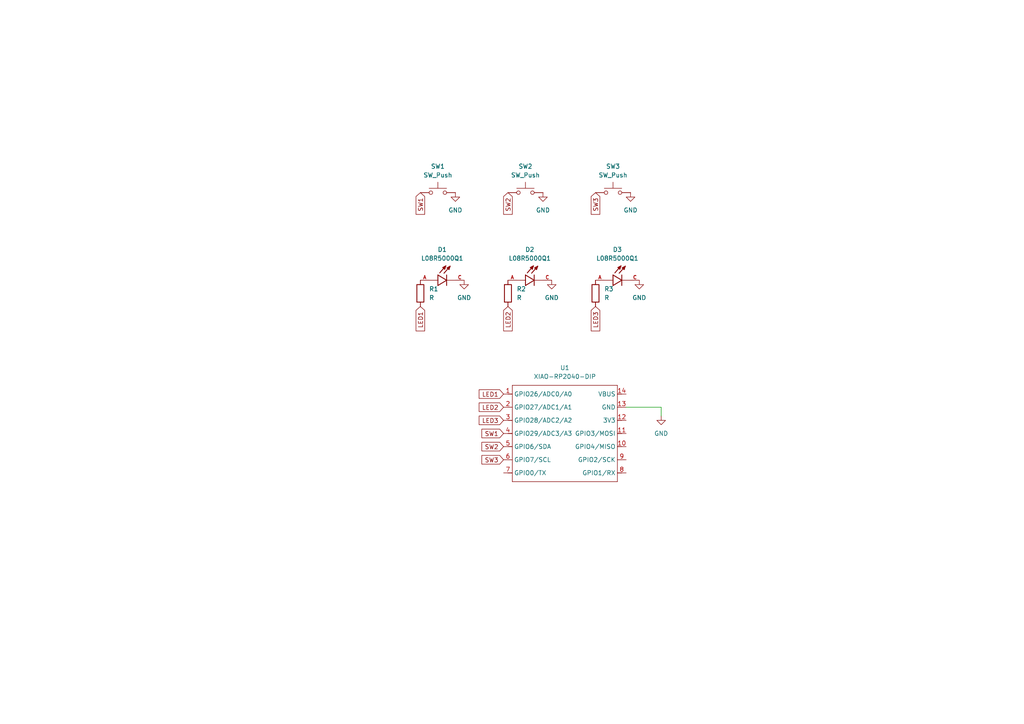
<source format=kicad_sch>
(kicad_sch
	(version 20250114)
	(generator "eeschema")
	(generator_version "9.0")
	(uuid "5b116bcf-72e3-427e-bb7f-9f24b7bd4af3")
	(paper "A4")
	(lib_symbols
		(symbol "Device:R"
			(pin_numbers
				(hide yes)
			)
			(pin_names
				(offset 0)
			)
			(exclude_from_sim no)
			(in_bom yes)
			(on_board yes)
			(property "Reference" "R"
				(at 2.032 0 90)
				(effects
					(font
						(size 1.27 1.27)
					)
				)
			)
			(property "Value" "R"
				(at 0 0 90)
				(effects
					(font
						(size 1.27 1.27)
					)
				)
			)
			(property "Footprint" ""
				(at -1.778 0 90)
				(effects
					(font
						(size 1.27 1.27)
					)
					(hide yes)
				)
			)
			(property "Datasheet" "~"
				(at 0 0 0)
				(effects
					(font
						(size 1.27 1.27)
					)
					(hide yes)
				)
			)
			(property "Description" "Resistor"
				(at 0 0 0)
				(effects
					(font
						(size 1.27 1.27)
					)
					(hide yes)
				)
			)
			(property "ki_keywords" "R res resistor"
				(at 0 0 0)
				(effects
					(font
						(size 1.27 1.27)
					)
					(hide yes)
				)
			)
			(property "ki_fp_filters" "R_*"
				(at 0 0 0)
				(effects
					(font
						(size 1.27 1.27)
					)
					(hide yes)
				)
			)
			(symbol "R_0_1"
				(rectangle
					(start -1.016 -2.54)
					(end 1.016 2.54)
					(stroke
						(width 0.254)
						(type default)
					)
					(fill
						(type none)
					)
				)
			)
			(symbol "R_1_1"
				(pin passive line
					(at 0 3.81 270)
					(length 1.27)
					(name "~"
						(effects
							(font
								(size 1.27 1.27)
							)
						)
					)
					(number "1"
						(effects
							(font
								(size 1.27 1.27)
							)
						)
					)
				)
				(pin passive line
					(at 0 -3.81 90)
					(length 1.27)
					(name "~"
						(effects
							(font
								(size 1.27 1.27)
							)
						)
					)
					(number "2"
						(effects
							(font
								(size 1.27 1.27)
							)
						)
					)
				)
			)
			(embedded_fonts no)
		)
		(symbol "L08R5000Q1:L08R5000Q1"
			(pin_names
				(offset 1.016)
			)
			(exclude_from_sim no)
			(in_bom yes)
			(on_board yes)
			(property "Reference" "D"
				(at -3.0988 4.4958 0)
				(effects
					(font
						(size 1.27 1.27)
					)
					(justify left bottom)
				)
			)
			(property "Value" "L08R5000Q1"
				(at -3.556 -3.302 0)
				(effects
					(font
						(size 1.27 1.27)
					)
					(justify left bottom)
				)
			)
			(property "Footprint" "L08R5000Q1:LEDRD254W57D500H1070"
				(at 0 0 0)
				(effects
					(font
						(size 1.27 1.27)
					)
					(justify bottom)
					(hide yes)
				)
			)
			(property "Datasheet" ""
				(at 0 0 0)
				(effects
					(font
						(size 1.27 1.27)
					)
					(hide yes)
				)
			)
			(property "Description" ""
				(at 0 0 0)
				(effects
					(font
						(size 1.27 1.27)
					)
					(hide yes)
				)
			)
			(property "MF" "LED Technology"
				(at 0 0 0)
				(effects
					(font
						(size 1.27 1.27)
					)
					(justify bottom)
					(hide yes)
				)
			)
			(property "MAXIMUM_PACKAGE_HEIGHT" "10.7mm"
				(at 0 0 0)
				(effects
					(font
						(size 1.27 1.27)
					)
					(justify bottom)
					(hide yes)
				)
			)
			(property "Package" "None"
				(at 0 0 0)
				(effects
					(font
						(size 1.27 1.27)
					)
					(justify bottom)
					(hide yes)
				)
			)
			(property "Price" "None"
				(at 0 0 0)
				(effects
					(font
						(size 1.27 1.27)
					)
					(justify bottom)
					(hide yes)
				)
			)
			(property "Check_prices" "https://www.snapeda.com/parts/L08R5000Q1/LED+Technology/view-part/?ref=eda"
				(at 0 0 0)
				(effects
					(font
						(size 1.27 1.27)
					)
					(justify bottom)
					(hide yes)
				)
			)
			(property "STANDARD" "IPC-7351B"
				(at 0 0 0)
				(effects
					(font
						(size 1.27 1.27)
					)
					(justify bottom)
					(hide yes)
				)
			)
			(property "PARTREV" "NA"
				(at 0 0 0)
				(effects
					(font
						(size 1.27 1.27)
					)
					(justify bottom)
					(hide yes)
				)
			)
			(property "SnapEDA_Link" "https://www.snapeda.com/parts/L08R5000Q1/LED+Technology/view-part/?ref=snap"
				(at 0 0 0)
				(effects
					(font
						(size 1.27 1.27)
					)
					(justify bottom)
					(hide yes)
				)
			)
			(property "MP" "L08R5000Q1"
				(at 0 0 0)
				(effects
					(font
						(size 1.27 1.27)
					)
					(justify bottom)
					(hide yes)
				)
			)
			(property "Description_1" "LED, 5MM, ORANGE; LED / Lamp Size: 5mm / T-1 3/4; LED Colour: Orange; Typ Luminous Intensity: 4.3mcd; Viewing Angle: ..."
				(at 0 0 0)
				(effects
					(font
						(size 1.27 1.27)
					)
					(justify bottom)
					(hide yes)
				)
			)
			(property "Availability" "Not in stock"
				(at 0 0 0)
				(effects
					(font
						(size 1.27 1.27)
					)
					(justify bottom)
					(hide yes)
				)
			)
			(property "MANUFACTURER" "LED TECHNOLOGY"
				(at 0 0 0)
				(effects
					(font
						(size 1.27 1.27)
					)
					(justify bottom)
					(hide yes)
				)
			)
			(symbol "L08R5000Q1_0_0"
				(polyline
					(pts
						(xy -2.54 1.524) (xy -2.54 0)
					)
					(stroke
						(width 0.254)
						(type default)
					)
					(fill
						(type none)
					)
				)
				(polyline
					(pts
						(xy -2.54 0) (xy -5.08 0)
					)
					(stroke
						(width 0.1524)
						(type default)
					)
					(fill
						(type none)
					)
				)
				(polyline
					(pts
						(xy -2.54 0) (xy -2.54 -1.524)
					)
					(stroke
						(width 0.254)
						(type default)
					)
					(fill
						(type none)
					)
				)
				(polyline
					(pts
						(xy -2.54 -1.524) (xy 0 0)
					)
					(stroke
						(width 0.254)
						(type default)
					)
					(fill
						(type none)
					)
				)
				(polyline
					(pts
						(xy -1.1176 3.683) (xy -0.2286 4.1656)
					)
					(stroke
						(width 0.254)
						(type default)
					)
					(fill
						(type none)
					)
				)
				(polyline
					(pts
						(xy -0.9398 3.6068) (xy -0.7112 3.7592)
					)
					(stroke
						(width 0.254)
						(type default)
					)
					(fill
						(type none)
					)
				)
				(polyline
					(pts
						(xy -0.5588 3.2004) (xy -1.1176 3.683)
					)
					(stroke
						(width 0.254)
						(type default)
					)
					(fill
						(type none)
					)
				)
				(polyline
					(pts
						(xy -0.5588 3.2004) (xy -0.5334 3.937)
					)
					(stroke
						(width 0.254)
						(type default)
					)
					(fill
						(type none)
					)
				)
				(polyline
					(pts
						(xy -0.5334 3.937) (xy -0.6604 3.937)
					)
					(stroke
						(width 0.254)
						(type default)
					)
					(fill
						(type none)
					)
				)
				(polyline
					(pts
						(xy -0.2286 4.1656) (xy -2.0066 2.1336)
					)
					(stroke
						(width 0.254)
						(type default)
					)
					(fill
						(type none)
					)
				)
				(polyline
					(pts
						(xy -0.2286 4.1656) (xy -0.5588 3.2004)
					)
					(stroke
						(width 0.254)
						(type default)
					)
					(fill
						(type none)
					)
				)
				(polyline
					(pts
						(xy 0 1.524) (xy 0 0)
					)
					(stroke
						(width 0.254)
						(type default)
					)
					(fill
						(type none)
					)
				)
				(polyline
					(pts
						(xy 0 0) (xy -2.54 1.524)
					)
					(stroke
						(width 0.254)
						(type default)
					)
					(fill
						(type none)
					)
				)
				(polyline
					(pts
						(xy 0 0) (xy 0 -1.524)
					)
					(stroke
						(width 0.254)
						(type default)
					)
					(fill
						(type none)
					)
				)
				(polyline
					(pts
						(xy 0.127 3.5814) (xy 1.016 4.064)
					)
					(stroke
						(width 0.254)
						(type default)
					)
					(fill
						(type none)
					)
				)
				(polyline
					(pts
						(xy 0.3048 3.5052) (xy 0.5334 3.6576)
					)
					(stroke
						(width 0.254)
						(type default)
					)
					(fill
						(type none)
					)
				)
				(polyline
					(pts
						(xy 0.6858 3.0988) (xy 0.127 3.5814)
					)
					(stroke
						(width 0.254)
						(type default)
					)
					(fill
						(type none)
					)
				)
				(polyline
					(pts
						(xy 0.6858 3.0988) (xy 0.7112 3.8354)
					)
					(stroke
						(width 0.254)
						(type default)
					)
					(fill
						(type none)
					)
				)
				(polyline
					(pts
						(xy 0.7112 3.8354) (xy 0.5842 3.8354)
					)
					(stroke
						(width 0.254)
						(type default)
					)
					(fill
						(type none)
					)
				)
				(polyline
					(pts
						(xy 1.016 4.064) (xy -0.762 2.032)
					)
					(stroke
						(width 0.254)
						(type default)
					)
					(fill
						(type none)
					)
				)
				(polyline
					(pts
						(xy 1.016 4.064) (xy 0.6858 3.0988)
					)
					(stroke
						(width 0.254)
						(type default)
					)
					(fill
						(type none)
					)
				)
				(polyline
					(pts
						(xy 2.54 0) (xy 0 0)
					)
					(stroke
						(width 0.1524)
						(type default)
					)
					(fill
						(type none)
					)
				)
				(pin passive line
					(at -7.62 0 0)
					(length 2.54)
					(name "~"
						(effects
							(font
								(size 1.016 1.016)
							)
						)
					)
					(number "A"
						(effects
							(font
								(size 1.016 1.016)
							)
						)
					)
				)
				(pin passive line
					(at 5.08 0 180)
					(length 2.54)
					(name "~"
						(effects
							(font
								(size 1.016 1.016)
							)
						)
					)
					(number "C"
						(effects
							(font
								(size 1.016 1.016)
							)
						)
					)
				)
			)
			(embedded_fonts no)
		)
		(symbol "Seeed_Studio_XIAO_Series:XIAO-RP2040-DIP"
			(exclude_from_sim no)
			(in_bom yes)
			(on_board yes)
			(property "Reference" "U"
				(at 0 0 0)
				(effects
					(font
						(size 1.27 1.27)
					)
				)
			)
			(property "Value" "XIAO-RP2040-DIP"
				(at 5.334 -1.778 0)
				(effects
					(font
						(size 1.27 1.27)
					)
				)
			)
			(property "Footprint" "Module:MOUDLE14P-XIAO-DIP-SMD"
				(at 14.478 -32.258 0)
				(effects
					(font
						(size 1.27 1.27)
					)
					(hide yes)
				)
			)
			(property "Datasheet" ""
				(at 0 0 0)
				(effects
					(font
						(size 1.27 1.27)
					)
					(hide yes)
				)
			)
			(property "Description" ""
				(at 0 0 0)
				(effects
					(font
						(size 1.27 1.27)
					)
					(hide yes)
				)
			)
			(symbol "XIAO-RP2040-DIP_1_0"
				(polyline
					(pts
						(xy -1.27 -2.54) (xy 29.21 -2.54)
					)
					(stroke
						(width 0.1524)
						(type solid)
					)
					(fill
						(type none)
					)
				)
				(polyline
					(pts
						(xy -1.27 -5.08) (xy -2.54 -5.08)
					)
					(stroke
						(width 0.1524)
						(type solid)
					)
					(fill
						(type none)
					)
				)
				(polyline
					(pts
						(xy -1.27 -5.08) (xy -1.27 -2.54)
					)
					(stroke
						(width 0.1524)
						(type solid)
					)
					(fill
						(type none)
					)
				)
				(polyline
					(pts
						(xy -1.27 -8.89) (xy -2.54 -8.89)
					)
					(stroke
						(width 0.1524)
						(type solid)
					)
					(fill
						(type none)
					)
				)
				(polyline
					(pts
						(xy -1.27 -8.89) (xy -1.27 -5.08)
					)
					(stroke
						(width 0.1524)
						(type solid)
					)
					(fill
						(type none)
					)
				)
				(polyline
					(pts
						(xy -1.27 -12.7) (xy -2.54 -12.7)
					)
					(stroke
						(width 0.1524)
						(type solid)
					)
					(fill
						(type none)
					)
				)
				(polyline
					(pts
						(xy -1.27 -12.7) (xy -1.27 -8.89)
					)
					(stroke
						(width 0.1524)
						(type solid)
					)
					(fill
						(type none)
					)
				)
				(polyline
					(pts
						(xy -1.27 -16.51) (xy -2.54 -16.51)
					)
					(stroke
						(width 0.1524)
						(type solid)
					)
					(fill
						(type none)
					)
				)
				(polyline
					(pts
						(xy -1.27 -16.51) (xy -1.27 -12.7)
					)
					(stroke
						(width 0.1524)
						(type solid)
					)
					(fill
						(type none)
					)
				)
				(polyline
					(pts
						(xy -1.27 -20.32) (xy -2.54 -20.32)
					)
					(stroke
						(width 0.1524)
						(type solid)
					)
					(fill
						(type none)
					)
				)
				(polyline
					(pts
						(xy -1.27 -24.13) (xy -2.54 -24.13)
					)
					(stroke
						(width 0.1524)
						(type solid)
					)
					(fill
						(type none)
					)
				)
				(polyline
					(pts
						(xy -1.27 -27.94) (xy -2.54 -27.94)
					)
					(stroke
						(width 0.1524)
						(type solid)
					)
					(fill
						(type none)
					)
				)
				(polyline
					(pts
						(xy -1.27 -30.48) (xy -1.27 -16.51)
					)
					(stroke
						(width 0.1524)
						(type solid)
					)
					(fill
						(type none)
					)
				)
				(polyline
					(pts
						(xy 29.21 -2.54) (xy 29.21 -5.08)
					)
					(stroke
						(width 0.1524)
						(type solid)
					)
					(fill
						(type none)
					)
				)
				(polyline
					(pts
						(xy 29.21 -5.08) (xy 29.21 -8.89)
					)
					(stroke
						(width 0.1524)
						(type solid)
					)
					(fill
						(type none)
					)
				)
				(polyline
					(pts
						(xy 29.21 -8.89) (xy 29.21 -12.7)
					)
					(stroke
						(width 0.1524)
						(type solid)
					)
					(fill
						(type none)
					)
				)
				(polyline
					(pts
						(xy 29.21 -12.7) (xy 29.21 -30.48)
					)
					(stroke
						(width 0.1524)
						(type solid)
					)
					(fill
						(type none)
					)
				)
				(polyline
					(pts
						(xy 29.21 -30.48) (xy -1.27 -30.48)
					)
					(stroke
						(width 0.1524)
						(type solid)
					)
					(fill
						(type none)
					)
				)
				(polyline
					(pts
						(xy 30.48 -5.08) (xy 29.21 -5.08)
					)
					(stroke
						(width 0.1524)
						(type solid)
					)
					(fill
						(type none)
					)
				)
				(polyline
					(pts
						(xy 30.48 -8.89) (xy 29.21 -8.89)
					)
					(stroke
						(width 0.1524)
						(type solid)
					)
					(fill
						(type none)
					)
				)
				(polyline
					(pts
						(xy 30.48 -12.7) (xy 29.21 -12.7)
					)
					(stroke
						(width 0.1524)
						(type solid)
					)
					(fill
						(type none)
					)
				)
				(polyline
					(pts
						(xy 30.48 -16.51) (xy 29.21 -16.51)
					)
					(stroke
						(width 0.1524)
						(type solid)
					)
					(fill
						(type none)
					)
				)
				(polyline
					(pts
						(xy 30.48 -20.32) (xy 29.21 -20.32)
					)
					(stroke
						(width 0.1524)
						(type solid)
					)
					(fill
						(type none)
					)
				)
				(polyline
					(pts
						(xy 30.48 -24.13) (xy 29.21 -24.13)
					)
					(stroke
						(width 0.1524)
						(type solid)
					)
					(fill
						(type none)
					)
				)
				(polyline
					(pts
						(xy 30.48 -27.94) (xy 29.21 -27.94)
					)
					(stroke
						(width 0.1524)
						(type solid)
					)
					(fill
						(type none)
					)
				)
				(pin passive line
					(at -3.81 -5.08 0)
					(length 2.54)
					(name "GPIO26/ADC0/A0"
						(effects
							(font
								(size 1.27 1.27)
							)
						)
					)
					(number "1"
						(effects
							(font
								(size 1.27 1.27)
							)
						)
					)
				)
				(pin passive line
					(at -3.81 -8.89 0)
					(length 2.54)
					(name "GPIO27/ADC1/A1"
						(effects
							(font
								(size 1.27 1.27)
							)
						)
					)
					(number "2"
						(effects
							(font
								(size 1.27 1.27)
							)
						)
					)
				)
				(pin passive line
					(at -3.81 -12.7 0)
					(length 2.54)
					(name "GPIO28/ADC2/A2"
						(effects
							(font
								(size 1.27 1.27)
							)
						)
					)
					(number "3"
						(effects
							(font
								(size 1.27 1.27)
							)
						)
					)
				)
				(pin passive line
					(at -3.81 -16.51 0)
					(length 2.54)
					(name "GPIO29/ADC3/A3"
						(effects
							(font
								(size 1.27 1.27)
							)
						)
					)
					(number "4"
						(effects
							(font
								(size 1.27 1.27)
							)
						)
					)
				)
				(pin passive line
					(at -3.81 -20.32 0)
					(length 2.54)
					(name "GPIO6/SDA"
						(effects
							(font
								(size 1.27 1.27)
							)
						)
					)
					(number "5"
						(effects
							(font
								(size 1.27 1.27)
							)
						)
					)
				)
				(pin passive line
					(at -3.81 -24.13 0)
					(length 2.54)
					(name "GPIO7/SCL"
						(effects
							(font
								(size 1.27 1.27)
							)
						)
					)
					(number "6"
						(effects
							(font
								(size 1.27 1.27)
							)
						)
					)
				)
				(pin passive line
					(at -3.81 -27.94 0)
					(length 2.54)
					(name "GPIO0/TX"
						(effects
							(font
								(size 1.27 1.27)
							)
						)
					)
					(number "7"
						(effects
							(font
								(size 1.27 1.27)
							)
						)
					)
				)
				(pin passive line
					(at 31.75 -5.08 180)
					(length 2.54)
					(name "VBUS"
						(effects
							(font
								(size 1.27 1.27)
							)
						)
					)
					(number "14"
						(effects
							(font
								(size 1.27 1.27)
							)
						)
					)
				)
				(pin passive line
					(at 31.75 -8.89 180)
					(length 2.54)
					(name "GND"
						(effects
							(font
								(size 1.27 1.27)
							)
						)
					)
					(number "13"
						(effects
							(font
								(size 1.27 1.27)
							)
						)
					)
				)
				(pin passive line
					(at 31.75 -12.7 180)
					(length 2.54)
					(name "3V3"
						(effects
							(font
								(size 1.27 1.27)
							)
						)
					)
					(number "12"
						(effects
							(font
								(size 1.27 1.27)
							)
						)
					)
				)
				(pin passive line
					(at 31.75 -16.51 180)
					(length 2.54)
					(name "GPIO3/MOSI"
						(effects
							(font
								(size 1.27 1.27)
							)
						)
					)
					(number "11"
						(effects
							(font
								(size 1.27 1.27)
							)
						)
					)
				)
				(pin passive line
					(at 31.75 -20.32 180)
					(length 2.54)
					(name "GPIO4/MISO"
						(effects
							(font
								(size 1.27 1.27)
							)
						)
					)
					(number "10"
						(effects
							(font
								(size 1.27 1.27)
							)
						)
					)
				)
				(pin passive line
					(at 31.75 -24.13 180)
					(length 2.54)
					(name "GPIO2/SCK"
						(effects
							(font
								(size 1.27 1.27)
							)
						)
					)
					(number "9"
						(effects
							(font
								(size 1.27 1.27)
							)
						)
					)
				)
				(pin passive line
					(at 31.75 -27.94 180)
					(length 2.54)
					(name "GPIO1/RX"
						(effects
							(font
								(size 1.27 1.27)
							)
						)
					)
					(number "8"
						(effects
							(font
								(size 1.27 1.27)
							)
						)
					)
				)
			)
			(embedded_fonts no)
		)
		(symbol "Switch:SW_Push"
			(pin_numbers
				(hide yes)
			)
			(pin_names
				(offset 1.016)
				(hide yes)
			)
			(exclude_from_sim no)
			(in_bom yes)
			(on_board yes)
			(property "Reference" "SW"
				(at 1.27 2.54 0)
				(effects
					(font
						(size 1.27 1.27)
					)
					(justify left)
				)
			)
			(property "Value" "SW_Push"
				(at 0 -1.524 0)
				(effects
					(font
						(size 1.27 1.27)
					)
				)
			)
			(property "Footprint" ""
				(at 0 5.08 0)
				(effects
					(font
						(size 1.27 1.27)
					)
					(hide yes)
				)
			)
			(property "Datasheet" "~"
				(at 0 5.08 0)
				(effects
					(font
						(size 1.27 1.27)
					)
					(hide yes)
				)
			)
			(property "Description" "Push button switch, generic, two pins"
				(at 0 0 0)
				(effects
					(font
						(size 1.27 1.27)
					)
					(hide yes)
				)
			)
			(property "ki_keywords" "switch normally-open pushbutton push-button"
				(at 0 0 0)
				(effects
					(font
						(size 1.27 1.27)
					)
					(hide yes)
				)
			)
			(symbol "SW_Push_0_1"
				(circle
					(center -2.032 0)
					(radius 0.508)
					(stroke
						(width 0)
						(type default)
					)
					(fill
						(type none)
					)
				)
				(polyline
					(pts
						(xy 0 1.27) (xy 0 3.048)
					)
					(stroke
						(width 0)
						(type default)
					)
					(fill
						(type none)
					)
				)
				(circle
					(center 2.032 0)
					(radius 0.508)
					(stroke
						(width 0)
						(type default)
					)
					(fill
						(type none)
					)
				)
				(polyline
					(pts
						(xy 2.54 1.27) (xy -2.54 1.27)
					)
					(stroke
						(width 0)
						(type default)
					)
					(fill
						(type none)
					)
				)
				(pin passive line
					(at -5.08 0 0)
					(length 2.54)
					(name "1"
						(effects
							(font
								(size 1.27 1.27)
							)
						)
					)
					(number "1"
						(effects
							(font
								(size 1.27 1.27)
							)
						)
					)
				)
				(pin passive line
					(at 5.08 0 180)
					(length 2.54)
					(name "2"
						(effects
							(font
								(size 1.27 1.27)
							)
						)
					)
					(number "2"
						(effects
							(font
								(size 1.27 1.27)
							)
						)
					)
				)
			)
			(embedded_fonts no)
		)
		(symbol "power:GND"
			(power)
			(pin_numbers
				(hide yes)
			)
			(pin_names
				(offset 0)
				(hide yes)
			)
			(exclude_from_sim no)
			(in_bom yes)
			(on_board yes)
			(property "Reference" "#PWR"
				(at 0 -6.35 0)
				(effects
					(font
						(size 1.27 1.27)
					)
					(hide yes)
				)
			)
			(property "Value" "GND"
				(at 0 -3.81 0)
				(effects
					(font
						(size 1.27 1.27)
					)
				)
			)
			(property "Footprint" ""
				(at 0 0 0)
				(effects
					(font
						(size 1.27 1.27)
					)
					(hide yes)
				)
			)
			(property "Datasheet" ""
				(at 0 0 0)
				(effects
					(font
						(size 1.27 1.27)
					)
					(hide yes)
				)
			)
			(property "Description" "Power symbol creates a global label with name \"GND\" , ground"
				(at 0 0 0)
				(effects
					(font
						(size 1.27 1.27)
					)
					(hide yes)
				)
			)
			(property "ki_keywords" "global power"
				(at 0 0 0)
				(effects
					(font
						(size 1.27 1.27)
					)
					(hide yes)
				)
			)
			(symbol "GND_0_1"
				(polyline
					(pts
						(xy 0 0) (xy 0 -1.27) (xy 1.27 -1.27) (xy 0 -2.54) (xy -1.27 -1.27) (xy 0 -1.27)
					)
					(stroke
						(width 0)
						(type default)
					)
					(fill
						(type none)
					)
				)
			)
			(symbol "GND_1_1"
				(pin power_in line
					(at 0 0 270)
					(length 0)
					(name "~"
						(effects
							(font
								(size 1.27 1.27)
							)
						)
					)
					(number "1"
						(effects
							(font
								(size 1.27 1.27)
							)
						)
					)
				)
			)
			(embedded_fonts no)
		)
	)
	(wire
		(pts
			(xy 181.61 118.11) (xy 191.77 118.11)
		)
		(stroke
			(width 0)
			(type default)
		)
		(uuid "ad7047da-26f2-4243-9d3a-a1211804ea65")
	)
	(wire
		(pts
			(xy 191.77 120.65) (xy 191.77 118.11)
		)
		(stroke
			(width 0)
			(type default)
		)
		(uuid "cb2ec701-e208-4333-a787-8f549b22a9fe")
	)
	(global_label "SW2"
		(shape input)
		(at 146.05 129.54 180)
		(fields_autoplaced yes)
		(effects
			(font
				(size 1.27 1.27)
			)
			(justify right)
		)
		(uuid "0510153a-5a42-4630-ab88-2cfb62b86f00")
		(property "Intersheetrefs" "${INTERSHEET_REFS}"
			(at 139.1944 129.54 0)
			(effects
				(font
					(size 1.27 1.27)
				)
				(justify right)
				(hide yes)
			)
		)
	)
	(global_label "LED1"
		(shape input)
		(at 121.92 88.9 270)
		(fields_autoplaced yes)
		(effects
			(font
				(size 1.27 1.27)
			)
			(justify right)
		)
		(uuid "0d5816e8-d0aa-41de-9879-52462c60f918")
		(property "Intersheetrefs" "${INTERSHEET_REFS}"
			(at 121.92 96.5418 90)
			(effects
				(font
					(size 1.27 1.27)
				)
				(justify right)
				(hide yes)
			)
		)
	)
	(global_label "LED3"
		(shape input)
		(at 146.05 121.92 180)
		(fields_autoplaced yes)
		(effects
			(font
				(size 1.27 1.27)
			)
			(justify right)
		)
		(uuid "11c810b1-bccd-4da2-8edf-6dfed02cc247")
		(property "Intersheetrefs" "${INTERSHEET_REFS}"
			(at 138.4082 121.92 0)
			(effects
				(font
					(size 1.27 1.27)
				)
				(justify right)
				(hide yes)
			)
		)
	)
	(global_label "SW2"
		(shape input)
		(at 147.32 55.88 270)
		(fields_autoplaced yes)
		(effects
			(font
				(size 1.27 1.27)
			)
			(justify right)
		)
		(uuid "1c2f4113-828c-415e-9ad6-1384d2e79a54")
		(property "Intersheetrefs" "${INTERSHEET_REFS}"
			(at 147.32 62.7356 90)
			(effects
				(font
					(size 1.27 1.27)
				)
				(justify right)
				(hide yes)
			)
		)
	)
	(global_label "SW1"
		(shape input)
		(at 146.05 125.73 180)
		(fields_autoplaced yes)
		(effects
			(font
				(size 1.27 1.27)
			)
			(justify right)
		)
		(uuid "50693488-fe29-4b95-94db-b71bc2ef22bd")
		(property "Intersheetrefs" "${INTERSHEET_REFS}"
			(at 139.1944 125.73 0)
			(effects
				(font
					(size 1.27 1.27)
				)
				(justify right)
				(hide yes)
			)
		)
	)
	(global_label "SW3"
		(shape input)
		(at 172.72 55.88 270)
		(fields_autoplaced yes)
		(effects
			(font
				(size 1.27 1.27)
			)
			(justify right)
		)
		(uuid "77828d3d-a3bf-4a7a-8136-6ae615080d15")
		(property "Intersheetrefs" "${INTERSHEET_REFS}"
			(at 172.72 62.7356 90)
			(effects
				(font
					(size 1.27 1.27)
				)
				(justify right)
				(hide yes)
			)
		)
	)
	(global_label "LED2"
		(shape input)
		(at 146.05 118.11 180)
		(fields_autoplaced yes)
		(effects
			(font
				(size 1.27 1.27)
			)
			(justify right)
		)
		(uuid "a68fc574-fa20-4932-ba2b-49b0d6e49243")
		(property "Intersheetrefs" "${INTERSHEET_REFS}"
			(at 138.4082 118.11 0)
			(effects
				(font
					(size 1.27 1.27)
				)
				(justify right)
				(hide yes)
			)
		)
	)
	(global_label "SW1"
		(shape input)
		(at 121.92 55.88 270)
		(fields_autoplaced yes)
		(effects
			(font
				(size 1.27 1.27)
			)
			(justify right)
		)
		(uuid "c23bee2d-22f6-43c9-b676-9a318033df73")
		(property "Intersheetrefs" "${INTERSHEET_REFS}"
			(at 121.92 62.7356 90)
			(effects
				(font
					(size 1.27 1.27)
				)
				(justify right)
				(hide yes)
			)
		)
	)
	(global_label "SW3"
		(shape input)
		(at 146.05 133.35 180)
		(fields_autoplaced yes)
		(effects
			(font
				(size 1.27 1.27)
			)
			(justify right)
		)
		(uuid "c3f36b80-aadd-422f-b428-ee4a1e43ddd4")
		(property "Intersheetrefs" "${INTERSHEET_REFS}"
			(at 139.1944 133.35 0)
			(effects
				(font
					(size 1.27 1.27)
				)
				(justify right)
				(hide yes)
			)
		)
	)
	(global_label "LED3"
		(shape input)
		(at 172.72 88.9 270)
		(fields_autoplaced yes)
		(effects
			(font
				(size 1.27 1.27)
			)
			(justify right)
		)
		(uuid "d31bd6cf-2251-47e1-95f6-b979e4faaf8a")
		(property "Intersheetrefs" "${INTERSHEET_REFS}"
			(at 172.72 96.5418 90)
			(effects
				(font
					(size 1.27 1.27)
				)
				(justify right)
				(hide yes)
			)
		)
	)
	(global_label "LED2"
		(shape input)
		(at 147.32 88.9 270)
		(fields_autoplaced yes)
		(effects
			(font
				(size 1.27 1.27)
			)
			(justify right)
		)
		(uuid "d758acca-fa04-4a08-b21e-9685f02b943b")
		(property "Intersheetrefs" "${INTERSHEET_REFS}"
			(at 147.32 96.5418 90)
			(effects
				(font
					(size 1.27 1.27)
				)
				(justify right)
				(hide yes)
			)
		)
	)
	(global_label "LED1"
		(shape input)
		(at 146.05 114.3 180)
		(fields_autoplaced yes)
		(effects
			(font
				(size 1.27 1.27)
			)
			(justify right)
		)
		(uuid "f3a6a49b-8a51-4e00-84fd-9cfa05c4bfc4")
		(property "Intersheetrefs" "${INTERSHEET_REFS}"
			(at 138.4082 114.3 0)
			(effects
				(font
					(size 1.27 1.27)
				)
				(justify right)
				(hide yes)
			)
		)
	)
	(symbol
		(lib_id "Device:R")
		(at 172.72 85.09 0)
		(unit 1)
		(exclude_from_sim no)
		(in_bom yes)
		(on_board yes)
		(dnp no)
		(fields_autoplaced yes)
		(uuid "1bfa904e-95ef-4649-a344-996c6ea0149b")
		(property "Reference" "R3"
			(at 175.26 83.8199 0)
			(effects
				(font
					(size 1.27 1.27)
				)
				(justify left)
			)
		)
		(property "Value" "R"
			(at 175.26 86.3599 0)
			(effects
				(font
					(size 1.27 1.27)
				)
				(justify left)
			)
		)
		(property "Footprint" "Resistor_THT:R_Axial_DIN0204_L3.6mm_D1.6mm_P5.08mm_Horizontal"
			(at 170.942 85.09 90)
			(effects
				(font
					(size 1.27 1.27)
				)
				(hide yes)
			)
		)
		(property "Datasheet" "~"
			(at 172.72 85.09 0)
			(effects
				(font
					(size 1.27 1.27)
				)
				(hide yes)
			)
		)
		(property "Description" "Resistor"
			(at 172.72 85.09 0)
			(effects
				(font
					(size 1.27 1.27)
				)
				(hide yes)
			)
		)
		(pin "2"
			(uuid "d72821a1-07cf-43a1-85df-ec47627823b8")
		)
		(pin "1"
			(uuid "7af23837-9ca4-41b9-a459-b51563700921")
		)
		(instances
			(project "pathfinder skibidi"
				(path "/5b116bcf-72e3-427e-bb7f-9f24b7bd4af3"
					(reference "R3")
					(unit 1)
				)
			)
		)
	)
	(symbol
		(lib_id "Device:R")
		(at 147.32 85.09 0)
		(unit 1)
		(exclude_from_sim no)
		(in_bom yes)
		(on_board yes)
		(dnp no)
		(fields_autoplaced yes)
		(uuid "1fa24cdb-d35e-49af-93eb-3fd8b427ad97")
		(property "Reference" "R2"
			(at 149.86 83.8199 0)
			(effects
				(font
					(size 1.27 1.27)
				)
				(justify left)
			)
		)
		(property "Value" "R"
			(at 149.86 86.3599 0)
			(effects
				(font
					(size 1.27 1.27)
				)
				(justify left)
			)
		)
		(property "Footprint" "Resistor_THT:R_Axial_DIN0204_L3.6mm_D1.6mm_P5.08mm_Horizontal"
			(at 145.542 85.09 90)
			(effects
				(font
					(size 1.27 1.27)
				)
				(hide yes)
			)
		)
		(property "Datasheet" "~"
			(at 147.32 85.09 0)
			(effects
				(font
					(size 1.27 1.27)
				)
				(hide yes)
			)
		)
		(property "Description" "Resistor"
			(at 147.32 85.09 0)
			(effects
				(font
					(size 1.27 1.27)
				)
				(hide yes)
			)
		)
		(pin "2"
			(uuid "ea6c46bb-fa96-49ab-b620-7384b590e61a")
		)
		(pin "1"
			(uuid "09e0701f-a30e-4e2e-ada7-ead5206ea5bd")
		)
		(instances
			(project "pathfinder skibidi"
				(path "/5b116bcf-72e3-427e-bb7f-9f24b7bd4af3"
					(reference "R2")
					(unit 1)
				)
			)
		)
	)
	(symbol
		(lib_id "L08R5000Q1:L08R5000Q1")
		(at 180.34 81.28 0)
		(unit 1)
		(exclude_from_sim no)
		(in_bom yes)
		(on_board yes)
		(dnp no)
		(fields_autoplaced yes)
		(uuid "2e992554-1c4f-45b1-813e-afc28de4589b")
		(property "Reference" "D3"
			(at 179.07 72.39 0)
			(effects
				(font
					(size 1.27 1.27)
				)
			)
		)
		(property "Value" "L08R5000Q1"
			(at 179.07 74.93 0)
			(effects
				(font
					(size 1.27 1.27)
				)
			)
		)
		(property "Footprint" "footprints:LEDRD254W57D500H1070"
			(at 180.34 81.28 0)
			(effects
				(font
					(size 1.27 1.27)
				)
				(justify bottom)
				(hide yes)
			)
		)
		(property "Datasheet" ""
			(at 180.34 81.28 0)
			(effects
				(font
					(size 1.27 1.27)
				)
				(hide yes)
			)
		)
		(property "Description" ""
			(at 180.34 81.28 0)
			(effects
				(font
					(size 1.27 1.27)
				)
				(hide yes)
			)
		)
		(property "MF" "LED Technology"
			(at 180.34 81.28 0)
			(effects
				(font
					(size 1.27 1.27)
				)
				(justify bottom)
				(hide yes)
			)
		)
		(property "MAXIMUM_PACKAGE_HEIGHT" "10.7mm"
			(at 180.34 81.28 0)
			(effects
				(font
					(size 1.27 1.27)
				)
				(justify bottom)
				(hide yes)
			)
		)
		(property "Package" "None"
			(at 180.34 81.28 0)
			(effects
				(font
					(size 1.27 1.27)
				)
				(justify bottom)
				(hide yes)
			)
		)
		(property "Price" "None"
			(at 180.34 81.28 0)
			(effects
				(font
					(size 1.27 1.27)
				)
				(justify bottom)
				(hide yes)
			)
		)
		(property "Check_prices" "https://www.snapeda.com/parts/L08R5000Q1/LED+Technology/view-part/?ref=eda"
			(at 180.34 81.28 0)
			(effects
				(font
					(size 1.27 1.27)
				)
				(justify bottom)
				(hide yes)
			)
		)
		(property "STANDARD" "IPC-7351B"
			(at 180.34 81.28 0)
			(effects
				(font
					(size 1.27 1.27)
				)
				(justify bottom)
				(hide yes)
			)
		)
		(property "PARTREV" "NA"
			(at 180.34 81.28 0)
			(effects
				(font
					(size 1.27 1.27)
				)
				(justify bottom)
				(hide yes)
			)
		)
		(property "SnapEDA_Link" "https://www.snapeda.com/parts/L08R5000Q1/LED+Technology/view-part/?ref=snap"
			(at 180.34 81.28 0)
			(effects
				(font
					(size 1.27 1.27)
				)
				(justify bottom)
				(hide yes)
			)
		)
		(property "MP" "L08R5000Q1"
			(at 180.34 81.28 0)
			(effects
				(font
					(size 1.27 1.27)
				)
				(justify bottom)
				(hide yes)
			)
		)
		(property "Description_1" "LED, 5MM, ORANGE; LED / Lamp Size: 5mm / T-1 3/4; LED Colour: Orange; Typ Luminous Intensity: 4.3mcd; Viewing Angle: ..."
			(at 180.34 81.28 0)
			(effects
				(font
					(size 1.27 1.27)
				)
				(justify bottom)
				(hide yes)
			)
		)
		(property "Availability" "Not in stock"
			(at 180.34 81.28 0)
			(effects
				(font
					(size 1.27 1.27)
				)
				(justify bottom)
				(hide yes)
			)
		)
		(property "MANUFACTURER" "LED TECHNOLOGY"
			(at 180.34 81.28 0)
			(effects
				(font
					(size 1.27 1.27)
				)
				(justify bottom)
				(hide yes)
			)
		)
		(pin "A"
			(uuid "992e86b3-f695-4220-aae7-39eb410ef02d")
		)
		(pin "C"
			(uuid "601553e5-9aeb-451c-b91e-f5c22e13a0a9")
		)
		(instances
			(project "pathfinder skibidi"
				(path "/5b116bcf-72e3-427e-bb7f-9f24b7bd4af3"
					(reference "D3")
					(unit 1)
				)
			)
		)
	)
	(symbol
		(lib_id "L08R5000Q1:L08R5000Q1")
		(at 154.94 81.28 0)
		(unit 1)
		(exclude_from_sim no)
		(in_bom yes)
		(on_board yes)
		(dnp no)
		(fields_autoplaced yes)
		(uuid "400013c3-16fb-4f35-919f-7386d5e6fb62")
		(property "Reference" "D2"
			(at 153.67 72.39 0)
			(effects
				(font
					(size 1.27 1.27)
				)
			)
		)
		(property "Value" "L08R5000Q1"
			(at 153.67 74.93 0)
			(effects
				(font
					(size 1.27 1.27)
				)
			)
		)
		(property "Footprint" "footprints:LEDRD254W57D500H1070"
			(at 154.94 81.28 0)
			(effects
				(font
					(size 1.27 1.27)
				)
				(justify bottom)
				(hide yes)
			)
		)
		(property "Datasheet" ""
			(at 154.94 81.28 0)
			(effects
				(font
					(size 1.27 1.27)
				)
				(hide yes)
			)
		)
		(property "Description" ""
			(at 154.94 81.28 0)
			(effects
				(font
					(size 1.27 1.27)
				)
				(hide yes)
			)
		)
		(property "MF" "LED Technology"
			(at 154.94 81.28 0)
			(effects
				(font
					(size 1.27 1.27)
				)
				(justify bottom)
				(hide yes)
			)
		)
		(property "MAXIMUM_PACKAGE_HEIGHT" "10.7mm"
			(at 154.94 81.28 0)
			(effects
				(font
					(size 1.27 1.27)
				)
				(justify bottom)
				(hide yes)
			)
		)
		(property "Package" "None"
			(at 154.94 81.28 0)
			(effects
				(font
					(size 1.27 1.27)
				)
				(justify bottom)
				(hide yes)
			)
		)
		(property "Price" "None"
			(at 154.94 81.28 0)
			(effects
				(font
					(size 1.27 1.27)
				)
				(justify bottom)
				(hide yes)
			)
		)
		(property "Check_prices" "https://www.snapeda.com/parts/L08R5000Q1/LED+Technology/view-part/?ref=eda"
			(at 154.94 81.28 0)
			(effects
				(font
					(size 1.27 1.27)
				)
				(justify bottom)
				(hide yes)
			)
		)
		(property "STANDARD" "IPC-7351B"
			(at 154.94 81.28 0)
			(effects
				(font
					(size 1.27 1.27)
				)
				(justify bottom)
				(hide yes)
			)
		)
		(property "PARTREV" "NA"
			(at 154.94 81.28 0)
			(effects
				(font
					(size 1.27 1.27)
				)
				(justify bottom)
				(hide yes)
			)
		)
		(property "SnapEDA_Link" "https://www.snapeda.com/parts/L08R5000Q1/LED+Technology/view-part/?ref=snap"
			(at 154.94 81.28 0)
			(effects
				(font
					(size 1.27 1.27)
				)
				(justify bottom)
				(hide yes)
			)
		)
		(property "MP" "L08R5000Q1"
			(at 154.94 81.28 0)
			(effects
				(font
					(size 1.27 1.27)
				)
				(justify bottom)
				(hide yes)
			)
		)
		(property "Description_1" "LED, 5MM, ORANGE; LED / Lamp Size: 5mm / T-1 3/4; LED Colour: Orange; Typ Luminous Intensity: 4.3mcd; Viewing Angle: ..."
			(at 154.94 81.28 0)
			(effects
				(font
					(size 1.27 1.27)
				)
				(justify bottom)
				(hide yes)
			)
		)
		(property "Availability" "Not in stock"
			(at 154.94 81.28 0)
			(effects
				(font
					(size 1.27 1.27)
				)
				(justify bottom)
				(hide yes)
			)
		)
		(property "MANUFACTURER" "LED TECHNOLOGY"
			(at 154.94 81.28 0)
			(effects
				(font
					(size 1.27 1.27)
				)
				(justify bottom)
				(hide yes)
			)
		)
		(pin "A"
			(uuid "e00ba236-5bd7-4d59-ab0b-c4b06d0972ed")
		)
		(pin "C"
			(uuid "227b45ea-b519-4513-b7c3-0c85b5bc4822")
		)
		(instances
			(project "pathfinder skibidi"
				(path "/5b116bcf-72e3-427e-bb7f-9f24b7bd4af3"
					(reference "D2")
					(unit 1)
				)
			)
		)
	)
	(symbol
		(lib_id "power:GND")
		(at 134.62 81.28 0)
		(unit 1)
		(exclude_from_sim no)
		(in_bom yes)
		(on_board yes)
		(dnp no)
		(fields_autoplaced yes)
		(uuid "4a28a87e-10ae-471b-a80b-59e71814c6e4")
		(property "Reference" "#PWR01"
			(at 134.62 87.63 0)
			(effects
				(font
					(size 1.27 1.27)
				)
				(hide yes)
			)
		)
		(property "Value" "GND"
			(at 134.62 86.36 0)
			(effects
				(font
					(size 1.27 1.27)
				)
			)
		)
		(property "Footprint" ""
			(at 134.62 81.28 0)
			(effects
				(font
					(size 1.27 1.27)
				)
				(hide yes)
			)
		)
		(property "Datasheet" ""
			(at 134.62 81.28 0)
			(effects
				(font
					(size 1.27 1.27)
				)
				(hide yes)
			)
		)
		(property "Description" "Power symbol creates a global label with name \"GND\" , ground"
			(at 134.62 81.28 0)
			(effects
				(font
					(size 1.27 1.27)
				)
				(hide yes)
			)
		)
		(pin "1"
			(uuid "c39f752d-56f8-44f9-aea6-002534c3f848")
		)
		(instances
			(project ""
				(path "/5b116bcf-72e3-427e-bb7f-9f24b7bd4af3"
					(reference "#PWR01")
					(unit 1)
				)
			)
		)
	)
	(symbol
		(lib_id "power:GND")
		(at 160.02 81.28 0)
		(unit 1)
		(exclude_from_sim no)
		(in_bom yes)
		(on_board yes)
		(dnp no)
		(fields_autoplaced yes)
		(uuid "6dc9b145-61f1-4733-b9b0-788dead729e4")
		(property "Reference" "#PWR02"
			(at 160.02 87.63 0)
			(effects
				(font
					(size 1.27 1.27)
				)
				(hide yes)
			)
		)
		(property "Value" "GND"
			(at 160.02 86.36 0)
			(effects
				(font
					(size 1.27 1.27)
				)
			)
		)
		(property "Footprint" ""
			(at 160.02 81.28 0)
			(effects
				(font
					(size 1.27 1.27)
				)
				(hide yes)
			)
		)
		(property "Datasheet" ""
			(at 160.02 81.28 0)
			(effects
				(font
					(size 1.27 1.27)
				)
				(hide yes)
			)
		)
		(property "Description" "Power symbol creates a global label with name \"GND\" , ground"
			(at 160.02 81.28 0)
			(effects
				(font
					(size 1.27 1.27)
				)
				(hide yes)
			)
		)
		(pin "1"
			(uuid "3e896ae4-a3b7-4e5f-9ff4-a396a6e2568e")
		)
		(instances
			(project "pathfinder skibidi"
				(path "/5b116bcf-72e3-427e-bb7f-9f24b7bd4af3"
					(reference "#PWR02")
					(unit 1)
				)
			)
		)
	)
	(symbol
		(lib_id "Seeed_Studio_XIAO_Series:XIAO-RP2040-DIP")
		(at 149.86 109.22 0)
		(unit 1)
		(exclude_from_sim no)
		(in_bom yes)
		(on_board yes)
		(dnp no)
		(fields_autoplaced yes)
		(uuid "798609fd-8ceb-4460-b0b1-c8d3720d66e2")
		(property "Reference" "U1"
			(at 163.83 106.68 0)
			(effects
				(font
					(size 1.27 1.27)
				)
			)
		)
		(property "Value" "XIAO-RP2040-DIP"
			(at 163.83 109.22 0)
			(effects
				(font
					(size 1.27 1.27)
				)
			)
		)
		(property "Footprint" "footprints:XIAO-RP2040-DIP"
			(at 164.338 141.478 0)
			(effects
				(font
					(size 1.27 1.27)
				)
				(hide yes)
			)
		)
		(property "Datasheet" ""
			(at 149.86 109.22 0)
			(effects
				(font
					(size 1.27 1.27)
				)
				(hide yes)
			)
		)
		(property "Description" ""
			(at 149.86 109.22 0)
			(effects
				(font
					(size 1.27 1.27)
				)
				(hide yes)
			)
		)
		(pin "12"
			(uuid "c3287554-d3b2-46ca-b051-9bb8481c5041")
		)
		(pin "8"
			(uuid "da176740-9d9b-4ea4-be22-f3be134826f7")
		)
		(pin "3"
			(uuid "21bfc81c-57ae-4d74-aaba-ca26b0de01ce")
		)
		(pin "6"
			(uuid "6ed1e384-ab1d-479c-a32f-cb8b657c920d")
		)
		(pin "7"
			(uuid "28db96df-e6e8-48c2-9af3-b474737c697d")
		)
		(pin "1"
			(uuid "1e887053-fc82-46f9-a16a-7f70aee2d102")
		)
		(pin "4"
			(uuid "c5cdc96b-16fa-469a-9ee1-31b5d0f723d2")
		)
		(pin "2"
			(uuid "17750ba2-334f-432c-be21-9d54be94a639")
		)
		(pin "14"
			(uuid "87baa834-e26e-429a-b450-25bdb54396bc")
		)
		(pin "5"
			(uuid "2de97610-478d-47c6-9e8e-7de1a2a79642")
		)
		(pin "13"
			(uuid "4dd51b7c-c920-4da1-b2bc-8f70e6a6d62e")
		)
		(pin "11"
			(uuid "f5286627-a9e4-43f3-b89e-e800d510de89")
		)
		(pin "9"
			(uuid "99121dbd-8a2b-49ee-b764-6255506b87c1")
		)
		(pin "10"
			(uuid "63fe6aec-9cad-4cb9-8b49-420b502fc0b2")
		)
		(instances
			(project ""
				(path "/5b116bcf-72e3-427e-bb7f-9f24b7bd4af3"
					(reference "U1")
					(unit 1)
				)
			)
		)
	)
	(symbol
		(lib_id "power:GND")
		(at 185.42 81.28 0)
		(unit 1)
		(exclude_from_sim no)
		(in_bom yes)
		(on_board yes)
		(dnp no)
		(fields_autoplaced yes)
		(uuid "9432f401-4430-44b4-8e53-010bafe61898")
		(property "Reference" "#PWR03"
			(at 185.42 87.63 0)
			(effects
				(font
					(size 1.27 1.27)
				)
				(hide yes)
			)
		)
		(property "Value" "GND"
			(at 185.42 86.36 0)
			(effects
				(font
					(size 1.27 1.27)
				)
			)
		)
		(property "Footprint" ""
			(at 185.42 81.28 0)
			(effects
				(font
					(size 1.27 1.27)
				)
				(hide yes)
			)
		)
		(property "Datasheet" ""
			(at 185.42 81.28 0)
			(effects
				(font
					(size 1.27 1.27)
				)
				(hide yes)
			)
		)
		(property "Description" "Power symbol creates a global label with name \"GND\" , ground"
			(at 185.42 81.28 0)
			(effects
				(font
					(size 1.27 1.27)
				)
				(hide yes)
			)
		)
		(pin "1"
			(uuid "1c21cff7-6401-444d-bd1e-c1dc26f9fd2e")
		)
		(instances
			(project "pathfinder skibidi"
				(path "/5b116bcf-72e3-427e-bb7f-9f24b7bd4af3"
					(reference "#PWR03")
					(unit 1)
				)
			)
		)
	)
	(symbol
		(lib_id "Switch:SW_Push")
		(at 152.4 55.88 0)
		(unit 1)
		(exclude_from_sim no)
		(in_bom yes)
		(on_board yes)
		(dnp no)
		(fields_autoplaced yes)
		(uuid "96d6185f-50e9-4f1f-9575-fbc7357d0e56")
		(property "Reference" "SW2"
			(at 152.4 48.26 0)
			(effects
				(font
					(size 1.27 1.27)
				)
			)
		)
		(property "Value" "SW_Push"
			(at 152.4 50.8 0)
			(effects
				(font
					(size 1.27 1.27)
				)
			)
		)
		(property "Footprint" "Button_Switch_Keyboard:SW_Cherry_MX_1.00u_PCB"
			(at 152.4 50.8 0)
			(effects
				(font
					(size 1.27 1.27)
				)
				(hide yes)
			)
		)
		(property "Datasheet" "~"
			(at 152.4 50.8 0)
			(effects
				(font
					(size 1.27 1.27)
				)
				(hide yes)
			)
		)
		(property "Description" "Push button switch, generic, two pins"
			(at 152.4 55.88 0)
			(effects
				(font
					(size 1.27 1.27)
				)
				(hide yes)
			)
		)
		(pin "1"
			(uuid "af7e517e-b7f6-4e87-87e9-1c5301d31a1b")
		)
		(pin "2"
			(uuid "93c3db89-9fb6-4143-9ce5-b912be7ebcc2")
		)
		(instances
			(project ""
				(path "/5b116bcf-72e3-427e-bb7f-9f24b7bd4af3"
					(reference "SW2")
					(unit 1)
				)
			)
		)
	)
	(symbol
		(lib_id "power:GND")
		(at 182.88 55.88 0)
		(unit 1)
		(exclude_from_sim no)
		(in_bom yes)
		(on_board yes)
		(dnp no)
		(fields_autoplaced yes)
		(uuid "97d1c7e0-7553-4308-a5fc-457e018802ec")
		(property "Reference" "#PWR07"
			(at 182.88 62.23 0)
			(effects
				(font
					(size 1.27 1.27)
				)
				(hide yes)
			)
		)
		(property "Value" "GND"
			(at 182.88 60.96 0)
			(effects
				(font
					(size 1.27 1.27)
				)
			)
		)
		(property "Footprint" ""
			(at 182.88 55.88 0)
			(effects
				(font
					(size 1.27 1.27)
				)
				(hide yes)
			)
		)
		(property "Datasheet" ""
			(at 182.88 55.88 0)
			(effects
				(font
					(size 1.27 1.27)
				)
				(hide yes)
			)
		)
		(property "Description" "Power symbol creates a global label with name \"GND\" , ground"
			(at 182.88 55.88 0)
			(effects
				(font
					(size 1.27 1.27)
				)
				(hide yes)
			)
		)
		(pin "1"
			(uuid "ce9816b8-1019-445b-8196-f5e553ae22b8")
		)
		(instances
			(project "pathfinder skibidi"
				(path "/5b116bcf-72e3-427e-bb7f-9f24b7bd4af3"
					(reference "#PWR07")
					(unit 1)
				)
			)
		)
	)
	(symbol
		(lib_id "Switch:SW_Push")
		(at 127 55.88 0)
		(unit 1)
		(exclude_from_sim no)
		(in_bom yes)
		(on_board yes)
		(dnp no)
		(fields_autoplaced yes)
		(uuid "d2bc483d-3fe2-4df8-97c9-4aaadde9faae")
		(property "Reference" "SW1"
			(at 127 48.26 0)
			(effects
				(font
					(size 1.27 1.27)
				)
			)
		)
		(property "Value" "SW_Push"
			(at 127 50.8 0)
			(effects
				(font
					(size 1.27 1.27)
				)
			)
		)
		(property "Footprint" "Button_Switch_Keyboard:SW_Cherry_MX_1.00u_PCB"
			(at 127 50.8 0)
			(effects
				(font
					(size 1.27 1.27)
				)
				(hide yes)
			)
		)
		(property "Datasheet" "~"
			(at 127 50.8 0)
			(effects
				(font
					(size 1.27 1.27)
				)
				(hide yes)
			)
		)
		(property "Description" "Push button switch, generic, two pins"
			(at 127 55.88 0)
			(effects
				(font
					(size 1.27 1.27)
				)
				(hide yes)
			)
		)
		(pin "1"
			(uuid "60625cd1-8c6c-4ca2-94b5-14e251dac5d8")
		)
		(pin "2"
			(uuid "0a612c1b-a9a2-48d5-8b02-b7cc5198bcc6")
		)
		(instances
			(project ""
				(path "/5b116bcf-72e3-427e-bb7f-9f24b7bd4af3"
					(reference "SW1")
					(unit 1)
				)
			)
		)
	)
	(symbol
		(lib_id "power:GND")
		(at 132.08 55.88 0)
		(unit 1)
		(exclude_from_sim no)
		(in_bom yes)
		(on_board yes)
		(dnp no)
		(fields_autoplaced yes)
		(uuid "dba59bc5-1015-4ce4-ab23-a3b99a39bbc5")
		(property "Reference" "#PWR05"
			(at 132.08 62.23 0)
			(effects
				(font
					(size 1.27 1.27)
				)
				(hide yes)
			)
		)
		(property "Value" "GND"
			(at 132.08 60.96 0)
			(effects
				(font
					(size 1.27 1.27)
				)
			)
		)
		(property "Footprint" ""
			(at 132.08 55.88 0)
			(effects
				(font
					(size 1.27 1.27)
				)
				(hide yes)
			)
		)
		(property "Datasheet" ""
			(at 132.08 55.88 0)
			(effects
				(font
					(size 1.27 1.27)
				)
				(hide yes)
			)
		)
		(property "Description" "Power symbol creates a global label with name \"GND\" , ground"
			(at 132.08 55.88 0)
			(effects
				(font
					(size 1.27 1.27)
				)
				(hide yes)
			)
		)
		(pin "1"
			(uuid "e4549654-1f44-46fa-a13c-c7eef551c3e0")
		)
		(instances
			(project "pathfinder skibidi"
				(path "/5b116bcf-72e3-427e-bb7f-9f24b7bd4af3"
					(reference "#PWR05")
					(unit 1)
				)
			)
		)
	)
	(symbol
		(lib_id "power:GND")
		(at 191.77 120.65 0)
		(unit 1)
		(exclude_from_sim no)
		(in_bom yes)
		(on_board yes)
		(dnp no)
		(fields_autoplaced yes)
		(uuid "def4911a-d3f5-44d6-ad13-7b8d1ddca567")
		(property "Reference" "#PWR04"
			(at 191.77 127 0)
			(effects
				(font
					(size 1.27 1.27)
				)
				(hide yes)
			)
		)
		(property "Value" "GND"
			(at 191.77 125.73 0)
			(effects
				(font
					(size 1.27 1.27)
				)
			)
		)
		(property "Footprint" ""
			(at 191.77 120.65 0)
			(effects
				(font
					(size 1.27 1.27)
				)
				(hide yes)
			)
		)
		(property "Datasheet" ""
			(at 191.77 120.65 0)
			(effects
				(font
					(size 1.27 1.27)
				)
				(hide yes)
			)
		)
		(property "Description" "Power symbol creates a global label with name \"GND\" , ground"
			(at 191.77 120.65 0)
			(effects
				(font
					(size 1.27 1.27)
				)
				(hide yes)
			)
		)
		(pin "1"
			(uuid "01fd3fcd-950c-4140-973f-9a3e2d14d277")
		)
		(instances
			(project "pathfinder skibidi"
				(path "/5b116bcf-72e3-427e-bb7f-9f24b7bd4af3"
					(reference "#PWR04")
					(unit 1)
				)
			)
		)
	)
	(symbol
		(lib_id "Device:R")
		(at 121.92 85.09 0)
		(unit 1)
		(exclude_from_sim no)
		(in_bom yes)
		(on_board yes)
		(dnp no)
		(fields_autoplaced yes)
		(uuid "e389a5eb-73be-4337-b68b-b9d8ad0722c6")
		(property "Reference" "R1"
			(at 124.46 83.8199 0)
			(effects
				(font
					(size 1.27 1.27)
				)
				(justify left)
			)
		)
		(property "Value" "R"
			(at 124.46 86.3599 0)
			(effects
				(font
					(size 1.27 1.27)
				)
				(justify left)
			)
		)
		(property "Footprint" "Resistor_THT:R_Axial_DIN0204_L3.6mm_D1.6mm_P5.08mm_Horizontal"
			(at 120.142 85.09 90)
			(effects
				(font
					(size 1.27 1.27)
				)
				(hide yes)
			)
		)
		(property "Datasheet" "~"
			(at 121.92 85.09 0)
			(effects
				(font
					(size 1.27 1.27)
				)
				(hide yes)
			)
		)
		(property "Description" "Resistor"
			(at 121.92 85.09 0)
			(effects
				(font
					(size 1.27 1.27)
				)
				(hide yes)
			)
		)
		(pin "2"
			(uuid "1a76983d-53f5-4a4b-b2ac-fbf0dab27b78")
		)
		(pin "1"
			(uuid "f244d55b-b9af-49a7-b2fb-a2eaca62490d")
		)
		(instances
			(project ""
				(path "/5b116bcf-72e3-427e-bb7f-9f24b7bd4af3"
					(reference "R1")
					(unit 1)
				)
			)
		)
	)
	(symbol
		(lib_id "power:GND")
		(at 157.48 55.88 0)
		(unit 1)
		(exclude_from_sim no)
		(in_bom yes)
		(on_board yes)
		(dnp no)
		(fields_autoplaced yes)
		(uuid "ea399978-e1a1-4d9c-8207-deaa51dbcefb")
		(property "Reference" "#PWR06"
			(at 157.48 62.23 0)
			(effects
				(font
					(size 1.27 1.27)
				)
				(hide yes)
			)
		)
		(property "Value" "GND"
			(at 157.48 60.96 0)
			(effects
				(font
					(size 1.27 1.27)
				)
			)
		)
		(property "Footprint" ""
			(at 157.48 55.88 0)
			(effects
				(font
					(size 1.27 1.27)
				)
				(hide yes)
			)
		)
		(property "Datasheet" ""
			(at 157.48 55.88 0)
			(effects
				(font
					(size 1.27 1.27)
				)
				(hide yes)
			)
		)
		(property "Description" "Power symbol creates a global label with name \"GND\" , ground"
			(at 157.48 55.88 0)
			(effects
				(font
					(size 1.27 1.27)
				)
				(hide yes)
			)
		)
		(pin "1"
			(uuid "6152425d-ff01-48c5-8e1e-0604521470af")
		)
		(instances
			(project "pathfinder skibidi"
				(path "/5b116bcf-72e3-427e-bb7f-9f24b7bd4af3"
					(reference "#PWR06")
					(unit 1)
				)
			)
		)
	)
	(symbol
		(lib_id "Switch:SW_Push")
		(at 177.8 55.88 0)
		(unit 1)
		(exclude_from_sim no)
		(in_bom yes)
		(on_board yes)
		(dnp no)
		(fields_autoplaced yes)
		(uuid "f9e6f63a-5806-44c2-8a66-96d588f8266b")
		(property "Reference" "SW3"
			(at 177.8 48.26 0)
			(effects
				(font
					(size 1.27 1.27)
				)
			)
		)
		(property "Value" "SW_Push"
			(at 177.8 50.8 0)
			(effects
				(font
					(size 1.27 1.27)
				)
			)
		)
		(property "Footprint" "Button_Switch_Keyboard:SW_Cherry_MX_1.00u_PCB"
			(at 177.8 50.8 0)
			(effects
				(font
					(size 1.27 1.27)
				)
				(hide yes)
			)
		)
		(property "Datasheet" "~"
			(at 177.8 50.8 0)
			(effects
				(font
					(size 1.27 1.27)
				)
				(hide yes)
			)
		)
		(property "Description" "Push button switch, generic, two pins"
			(at 177.8 55.88 0)
			(effects
				(font
					(size 1.27 1.27)
				)
				(hide yes)
			)
		)
		(pin "1"
			(uuid "67b13d47-3d70-49d4-be2a-a9972379977d")
		)
		(pin "2"
			(uuid "fc3e8b84-55d8-487e-8799-7e4e38e3c199")
		)
		(instances
			(project ""
				(path "/5b116bcf-72e3-427e-bb7f-9f24b7bd4af3"
					(reference "SW3")
					(unit 1)
				)
			)
		)
	)
	(symbol
		(lib_id "L08R5000Q1:L08R5000Q1")
		(at 129.54 81.28 0)
		(unit 1)
		(exclude_from_sim no)
		(in_bom yes)
		(on_board yes)
		(dnp no)
		(fields_autoplaced yes)
		(uuid "fa238155-33b4-4c6d-8db1-bbf7e5b73aeb")
		(property "Reference" "D1"
			(at 128.27 72.39 0)
			(effects
				(font
					(size 1.27 1.27)
				)
			)
		)
		(property "Value" "L08R5000Q1"
			(at 128.27 74.93 0)
			(effects
				(font
					(size 1.27 1.27)
				)
			)
		)
		(property "Footprint" "footprints:LEDRD254W57D500H1070"
			(at 129.54 81.28 0)
			(effects
				(font
					(size 1.27 1.27)
				)
				(justify bottom)
				(hide yes)
			)
		)
		(property "Datasheet" ""
			(at 129.54 81.28 0)
			(effects
				(font
					(size 1.27 1.27)
				)
				(hide yes)
			)
		)
		(property "Description" ""
			(at 129.54 81.28 0)
			(effects
				(font
					(size 1.27 1.27)
				)
				(hide yes)
			)
		)
		(property "MF" "LED Technology"
			(at 129.54 81.28 0)
			(effects
				(font
					(size 1.27 1.27)
				)
				(justify bottom)
				(hide yes)
			)
		)
		(property "MAXIMUM_PACKAGE_HEIGHT" "10.7mm"
			(at 129.54 81.28 0)
			(effects
				(font
					(size 1.27 1.27)
				)
				(justify bottom)
				(hide yes)
			)
		)
		(property "Package" "None"
			(at 129.54 81.28 0)
			(effects
				(font
					(size 1.27 1.27)
				)
				(justify bottom)
				(hide yes)
			)
		)
		(property "Price" "None"
			(at 129.54 81.28 0)
			(effects
				(font
					(size 1.27 1.27)
				)
				(justify bottom)
				(hide yes)
			)
		)
		(property "Check_prices" "https://www.snapeda.com/parts/L08R5000Q1/LED+Technology/view-part/?ref=eda"
			(at 129.54 81.28 0)
			(effects
				(font
					(size 1.27 1.27)
				)
				(justify bottom)
				(hide yes)
			)
		)
		(property "STANDARD" "IPC-7351B"
			(at 129.54 81.28 0)
			(effects
				(font
					(size 1.27 1.27)
				)
				(justify bottom)
				(hide yes)
			)
		)
		(property "PARTREV" "NA"
			(at 129.54 81.28 0)
			(effects
				(font
					(size 1.27 1.27)
				)
				(justify bottom)
				(hide yes)
			)
		)
		(property "SnapEDA_Link" "https://www.snapeda.com/parts/L08R5000Q1/LED+Technology/view-part/?ref=snap"
			(at 129.54 81.28 0)
			(effects
				(font
					(size 1.27 1.27)
				)
				(justify bottom)
				(hide yes)
			)
		)
		(property "MP" "L08R5000Q1"
			(at 129.54 81.28 0)
			(effects
				(font
					(size 1.27 1.27)
				)
				(justify bottom)
				(hide yes)
			)
		)
		(property "Description_1" "LED, 5MM, ORANGE; LED / Lamp Size: 5mm / T-1 3/4; LED Colour: Orange; Typ Luminous Intensity: 4.3mcd; Viewing Angle: ..."
			(at 129.54 81.28 0)
			(effects
				(font
					(size 1.27 1.27)
				)
				(justify bottom)
				(hide yes)
			)
		)
		(property "Availability" "Not in stock"
			(at 129.54 81.28 0)
			(effects
				(font
					(size 1.27 1.27)
				)
				(justify bottom)
				(hide yes)
			)
		)
		(property "MANUFACTURER" "LED TECHNOLOGY"
			(at 129.54 81.28 0)
			(effects
				(font
					(size 1.27 1.27)
				)
				(justify bottom)
				(hide yes)
			)
		)
		(pin "A"
			(uuid "52978ef9-45d4-4513-b37a-a2061dcfa0a2")
		)
		(pin "C"
			(uuid "53f6d5d9-feb9-4e24-a4f8-9ae6488104c5")
		)
		(instances
			(project ""
				(path "/5b116bcf-72e3-427e-bb7f-9f24b7bd4af3"
					(reference "D1")
					(unit 1)
				)
			)
		)
	)
	(sheet_instances
		(path "/"
			(page "1")
		)
	)
	(embedded_fonts no)
)

</source>
